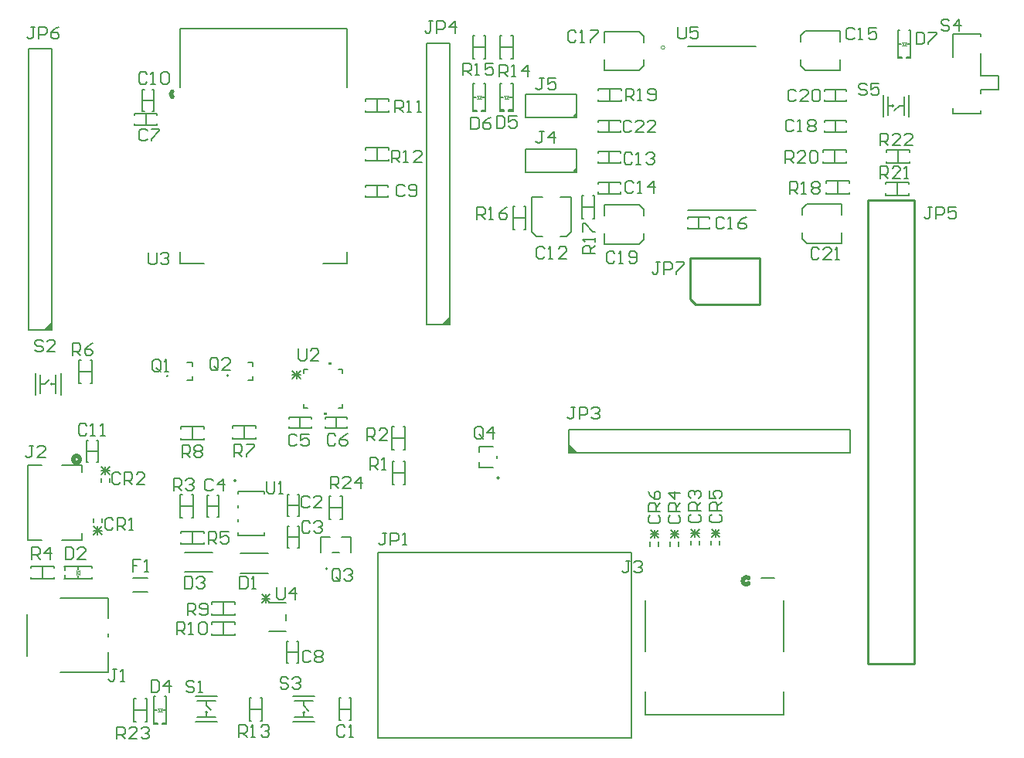
<source format=gto>
G04*
G04 #@! TF.GenerationSoftware,Altium Limited,Altium Designer,23.3.1 (30)*
G04*
G04 Layer_Color=8454143*
%FSLAX44Y44*%
%MOMM*%
G71*
G04*
G04 #@! TF.SameCoordinates,21713941-C728-493B-82DC-0AA0DF36458C*
G04*
G04*
G04 #@! TF.FilePolarity,Positive*
G04*
G01*
G75*
%ADD10C,0.1524*%
%ADD11C,0.0000*%
%ADD12C,0.5080*%
%ADD13C,0.2000*%
%ADD14C,0.2540*%
%ADD15C,0.1500*%
%ADD16C,0.1270*%
%ADD17C,0.1000*%
%ADD18C,0.2032*%
G36*
X32879Y454081D02*
Y463081D01*
X23879Y454081D01*
X32879D01*
D02*
G37*
G36*
X334466Y363457D02*
X330656D01*
Y360917D01*
X334466D01*
Y363457D01*
D02*
G37*
G36*
X339467Y416543D02*
X335657D01*
Y419083D01*
X339467D01*
Y416543D01*
D02*
G37*
G36*
X599300Y320200D02*
X608300D01*
X599300Y329200D01*
Y320200D01*
D02*
G37*
G36*
X468643Y460041D02*
Y469041D01*
X459643Y460041D01*
X468643D01*
D02*
G37*
G36*
X608150Y627360D02*
X604750D01*
Y629060D01*
X606750Y631060D01*
X608150D01*
Y627360D01*
D02*
G37*
G36*
Y687360D02*
X604750D01*
Y689060D01*
X606750Y691060D01*
X608150D01*
Y687360D01*
D02*
G37*
D10*
X226307Y404153D02*
G03*
X226307Y404153I-762J0D01*
G01*
X334767Y192939D02*
G03*
X334767Y192939I-762J0D01*
G01*
X160072Y403869D02*
G03*
X160072Y403869I-762J0D01*
G01*
X522859Y292227D02*
G03*
X522859Y292227I-1270J0D01*
G01*
X234773Y289230D02*
G03*
X234773Y289230I-1270J0D01*
G01*
X351270Y407101D02*
Y411209D01*
X347161Y368791D02*
X351270D01*
X308852D02*
Y372900D01*
Y407101D02*
Y411209D01*
X347161D02*
X351270D01*
Y368791D02*
Y372900D01*
X308852Y368791D02*
X312960D01*
X308852Y411209D02*
X312960D01*
X252977Y399628D02*
Y403793D01*
X247561Y418678D02*
X252977D01*
Y414512D02*
Y418678D01*
X247561Y399628D02*
X252977D01*
X327241Y227483D02*
X337884D01*
X340126Y210719D02*
X347884D01*
X360769D02*
Y227483D01*
X350126D02*
X360769D01*
X327241Y210719D02*
Y227483D01*
X186742Y399344D02*
Y403510D01*
X181326Y418394D02*
X186742D01*
Y414228D02*
Y418394D01*
X181326Y399344D02*
X186742D01*
X500761Y303657D02*
X516699D01*
X500761Y320319D02*
Y326263D01*
X516699D01*
X520319Y313819D02*
Y316101D01*
X500761Y303657D02*
Y309601D01*
X265380Y274537D02*
Y277800D01*
X236932Y274537D02*
Y277800D01*
Y229286D02*
X265380D01*
Y232548D01*
X236932Y277800D02*
X265380D01*
X236932Y259918D02*
Y262548D01*
Y244537D02*
Y247167D01*
Y229286D02*
Y232548D01*
X270673Y155408D02*
X289215D01*
Y136282D02*
Y143039D01*
X270673Y123912D02*
X289215D01*
X329922Y526885D02*
X356313D01*
Y720472D02*
Y784441D01*
X173687Y526885D02*
Y539827D01*
Y720472D02*
Y784441D01*
X356313D01*
Y526885D02*
Y539827D01*
X173687Y526885D02*
X200077D01*
X683281Y32378D02*
Y57709D01*
X834919Y102011D02*
Y157646D01*
X683281Y32378D02*
X834919D01*
Y57709D01*
X809984Y183000D02*
X824764D01*
X683281Y102011D02*
Y157646D01*
X43796Y223725D02*
X65770D01*
X6334Y306275D02*
X22204D01*
X65770Y298547D02*
Y306275D01*
X43796D02*
X65770D01*
Y223725D02*
Y231453D01*
X6334Y223725D02*
X22204D01*
X6334D02*
Y306275D01*
X94323Y118280D02*
Y121720D01*
Y138280D02*
Y160767D01*
X42398D02*
X94323D01*
Y79233D02*
Y101720D01*
X42398Y79233D02*
X94323D01*
X5677Y97320D02*
Y142680D01*
X178788Y210795D02*
X209268D01*
X178788Y189205D02*
X209268D01*
X239623Y188024D02*
X270103D01*
X239623Y209614D02*
X270103D01*
X688350Y217649D02*
Y222346D01*
X697494Y217649D02*
Y222346D01*
X755428Y218621D02*
Y223317D01*
X764572Y218621D02*
Y223317D01*
X710428Y217652D02*
Y222348D01*
X719572Y217652D02*
Y222348D01*
X732928Y218621D02*
Y223317D01*
X742072Y218621D02*
Y223317D01*
X86868Y287212D02*
Y291908D01*
X96012Y287212D02*
Y291908D01*
X88040Y243117D02*
Y247814D01*
X78896Y243117D02*
Y247814D01*
D11*
X704500Y763900D02*
G03*
X704500Y763900I-2000J0D01*
G01*
D12*
X164861Y715596D02*
G03*
X164861Y709804I2475J-2896D01*
G01*
X796285Y182398D02*
G03*
X796285Y176622I-2485J-2888D01*
G01*
X63810Y312625D02*
G03*
X63810Y312625I-3810J0D01*
G01*
D13*
X955052Y699979D02*
G03*
X955052Y699979I-1000J0D01*
G01*
X310063Y35156D02*
G03*
X310063Y35156I-1000J0D01*
G01*
X33531Y395000D02*
G03*
X33531Y395000I-1000J0D01*
G01*
X203368Y35404D02*
G03*
X203368Y35404I-1000J0D01*
G01*
X608150Y691060D02*
G03*
X604750Y687660I0J-3400D01*
G01*
X608150Y631060D02*
G03*
X604750Y627660I0J-3400D01*
G01*
X668110Y7300D02*
Y210500D01*
X389980Y7300D02*
X668110D01*
X389980Y210500D02*
X668110D01*
X389980Y7300D02*
Y210500D01*
X956052Y695229D02*
X961552Y699979D01*
X966552Y689979D02*
Y709979D01*
X961552Y699979D02*
X966552D01*
X949052D02*
X954052D01*
X949052Y689979D02*
Y709979D01*
X971802Y687979D02*
Y711979D01*
X943802Y687979D02*
Y711979D01*
X1020411Y778725D02*
X1050411D01*
X1020411Y691725D02*
X1050411D01*
Y717725D02*
X1070411D01*
Y732725D01*
X1050411D02*
X1070411D01*
X1020411Y691725D02*
Y697225D01*
Y753225D02*
Y778725D01*
X1050411Y691725D02*
Y694725D01*
Y713225D02*
Y717725D01*
Y732725D02*
Y757225D01*
Y775725D02*
Y778725D01*
X309063Y42656D02*
X313813Y37156D01*
X299063Y47656D02*
X319063D01*
X309063Y42656D02*
Y47656D01*
Y30156D02*
Y35156D01*
X299063Y30156D02*
X319063D01*
X297063Y52906D02*
X321063D01*
X297063Y24906D02*
X321063D01*
X25031Y395000D02*
X30531Y399750D01*
X20031Y385000D02*
Y405000D01*
Y395000D02*
X25031D01*
X32531D02*
X37531D01*
Y385000D02*
Y405000D01*
X14782Y383000D02*
Y407000D01*
X42781Y383000D02*
Y407000D01*
X202369Y42904D02*
X207118Y37404D01*
X192369Y47904D02*
X212369D01*
X202369Y42904D02*
Y47904D01*
Y30404D02*
Y35404D01*
X192369Y30404D02*
X212369D01*
X190368Y53154D02*
X214368D01*
X190368Y25154D02*
X214368D01*
X7879Y454381D02*
X33279D01*
X7879D02*
Y762381D01*
X33279D01*
Y454381D02*
Y762381D01*
X443643Y460341D02*
X469043D01*
X443643D02*
Y768341D01*
X469043D01*
Y460341D02*
Y768341D01*
X599600Y319800D02*
Y345200D01*
X907600D01*
Y319800D02*
Y345200D01*
X599600Y319800D02*
X907600D01*
X552150Y687360D02*
X608150D01*
X552150D02*
Y712760D01*
X608150D01*
Y687360D02*
Y712760D01*
X604750Y687360D02*
Y687660D01*
X552150Y627360D02*
X608150D01*
X552150D02*
Y652760D01*
X608150D01*
Y627360D02*
Y652760D01*
X604750Y627360D02*
Y627660D01*
X122000Y167750D02*
X138000D01*
X122000Y182250D02*
X138000D01*
X855141Y554112D02*
Y561112D01*
Y580112D02*
Y587112D01*
X898141Y549112D02*
Y561112D01*
Y580112D02*
Y592112D01*
X855141Y554112D02*
X860141Y549112D01*
X855141Y587112D02*
X860141Y592112D01*
Y549112D02*
X898141D01*
X860141Y592112D02*
X898141D01*
X638500Y548500D02*
X676500D01*
X638500Y591500D02*
X676500D01*
Y548500D02*
X681500Y553500D01*
X676500Y591500D02*
X681500Y586500D01*
X638500Y548500D02*
Y560500D01*
Y579500D02*
Y591500D01*
X681500Y553500D02*
Y560500D01*
Y579500D02*
Y586500D01*
X638500Y738500D02*
X676500D01*
X638500Y781500D02*
X676500D01*
Y738500D02*
X681500Y743500D01*
X676500Y781500D02*
X681500Y776500D01*
X638500Y738500D02*
Y750500D01*
Y769500D02*
Y781500D01*
X681500Y743500D02*
Y750500D01*
Y769500D02*
Y776500D01*
X853530Y743996D02*
Y750996D01*
Y769996D02*
Y776996D01*
X896530Y738996D02*
Y750996D01*
Y769996D02*
Y781996D01*
X853530Y743996D02*
X858530Y738996D01*
X853530Y776996D02*
X858530Y781996D01*
Y738996D02*
X896530D01*
X858530Y781996D02*
X896530D01*
X589912Y556680D02*
X596912D01*
X563913D02*
X570913D01*
X589912Y599680D02*
X601912D01*
X558913D02*
X570913D01*
X596912Y556680D02*
X601912Y561680D01*
X558913D02*
X563913Y556680D01*
X601912Y561680D02*
Y599680D01*
X558913Y561680D02*
Y599680D01*
D14*
X731900Y488250D02*
X738250Y481900D01*
X731900Y488250D02*
Y532700D01*
X738250Y481900D02*
X808100D01*
X978100Y88454D02*
Y596454D01*
X927300Y88454D02*
X978100D01*
X927300D02*
Y596454D01*
X978100D01*
X808100Y481900D02*
Y532700D01*
X731900D02*
X808100D01*
D15*
X358583Y27058D02*
X360333D01*
Y51058D01*
X358583D02*
X360333D01*
X347833D02*
X349583D01*
X347833Y27058D02*
Y51058D01*
Y27058D02*
X349583D01*
X347833Y39058D02*
X360333D01*
X71281Y333514D02*
X73031D01*
X71281Y309514D02*
Y333514D01*
Y309514D02*
X73031D01*
X82031D02*
X83781D01*
Y333514D01*
X82031D02*
X83781D01*
X71281Y321514D02*
X83781D01*
X186842Y219626D02*
Y233626D01*
X199543Y219626D02*
Y221546D01*
X174142Y219626D02*
X199543D01*
X174142D02*
Y221546D01*
Y231706D02*
Y233626D01*
X199543D01*
Y231706D02*
Y233626D01*
X214212Y249221D02*
X215962D01*
Y273221D01*
X214212D02*
X215962D01*
X203462D02*
X205212D01*
X203462Y249221D02*
Y273221D01*
Y249221D02*
X205212D01*
X203462Y261221D02*
X215962D01*
X349080Y246800D02*
X351000D01*
Y272200D01*
X349080D02*
X351000D01*
X337000D02*
X338920D01*
X337000Y246800D02*
Y272200D01*
Y246800D02*
X338920D01*
X337000Y259500D02*
X351000D01*
X135080Y24800D02*
X137000D01*
Y50200D01*
X135080D02*
X137000D01*
X123000D02*
X124920D01*
X123000Y24800D02*
Y50200D01*
Y24800D02*
X124920D01*
X123000Y37500D02*
X137000D01*
X973002Y649357D02*
Y651277D01*
X947602D02*
X973002D01*
X947602Y649357D02*
Y651277D01*
Y637277D02*
Y639197D01*
Y637277D02*
X973002D01*
Y639197D01*
X960302Y637277D02*
Y651277D01*
X971645Y614116D02*
Y616036D01*
X946245D02*
X971645D01*
X946245Y614116D02*
Y616036D01*
Y602036D02*
Y603956D01*
Y602036D02*
X971645D01*
Y603956D01*
X958944Y602036D02*
Y616036D01*
X903296Y649357D02*
Y651277D01*
X877896D02*
X903296D01*
X877896Y649357D02*
Y651277D01*
Y637277D02*
Y639197D01*
Y637277D02*
X903296D01*
Y639197D01*
X890596Y637277D02*
Y651277D01*
X657134Y716705D02*
Y718625D01*
X631734D02*
X657134D01*
X631734Y716705D02*
Y718625D01*
Y704625D02*
Y706545D01*
Y704625D02*
X657134D01*
Y706545D01*
X644434Y704625D02*
Y718625D01*
X906376Y615533D02*
Y617453D01*
X880976D02*
X906376D01*
X880976Y615533D02*
Y617453D01*
Y603453D02*
Y605373D01*
Y603453D02*
X906376D01*
Y605373D01*
X893676Y603453D02*
Y617453D01*
X613424Y601967D02*
X615344D01*
X613424Y576567D02*
Y601967D01*
Y576567D02*
X615344D01*
X625504D02*
X627424D01*
Y601967D01*
X625504D02*
X627424D01*
X613424Y589267D02*
X627424D01*
X538000Y589700D02*
X539920D01*
X538000Y564300D02*
Y589700D01*
Y564300D02*
X539920D01*
X550080D02*
X552000D01*
Y589700D01*
X550080D02*
X552000D01*
X538000Y577000D02*
X552000D01*
X506080Y751800D02*
X508000D01*
Y777200D01*
X506080D02*
X508000D01*
X494000D02*
X495920D01*
X494000Y751800D02*
Y777200D01*
Y751800D02*
X495920D01*
X494000Y764500D02*
X508000D01*
X536080Y751800D02*
X538000D01*
Y777200D01*
X536080D02*
X538000D01*
X524000D02*
X525920D01*
X524000Y751800D02*
Y777200D01*
Y751800D02*
X525920D01*
X524000Y764500D02*
X538000D01*
X261421Y26358D02*
X263341D01*
Y51758D01*
X261421D02*
X263341D01*
X249341D02*
X251261D01*
X249341Y26358D02*
Y51758D01*
Y26358D02*
X251261D01*
X249341Y39058D02*
X263341D01*
X376324Y639967D02*
Y641887D01*
Y639967D02*
X401724D01*
Y641887D01*
Y652047D02*
Y653967D01*
X376324D02*
X401724D01*
X376324Y652047D02*
Y653967D01*
X389024Y639967D02*
Y653967D01*
X376324Y693132D02*
Y695052D01*
Y693132D02*
X401724D01*
Y695052D01*
Y705212D02*
Y707132D01*
X376324D02*
X401724D01*
X376324Y705212D02*
Y707132D01*
X389024Y693132D02*
Y707132D01*
X208280Y120000D02*
Y121920D01*
Y120000D02*
X233680D01*
Y121920D01*
Y132080D02*
Y134000D01*
X208280D02*
X233680D01*
X208280Y132080D02*
Y134000D01*
X220980Y120000D02*
Y134000D01*
X233698Y154044D02*
Y155964D01*
X208298D02*
X233698D01*
X208298Y154044D02*
Y155964D01*
Y141964D02*
Y143884D01*
Y141964D02*
X233698D01*
Y143884D01*
X220998Y141964D02*
Y155964D01*
X199543Y346404D02*
Y348325D01*
X174142D02*
X199543D01*
X174142Y346404D02*
Y348325D01*
Y334324D02*
Y336245D01*
Y334324D02*
X199543D01*
Y336245D01*
X186842Y334324D02*
Y348325D01*
X231021Y335075D02*
Y336995D01*
Y335075D02*
X256421D01*
Y336995D01*
Y347155D02*
Y349075D01*
X231021D02*
X256421D01*
X231021Y347155D02*
Y349075D01*
X243721Y335075D02*
Y349075D01*
X74917Y396296D02*
X76837D01*
Y421696D01*
X74917D02*
X76837D01*
X62837D02*
X64757D01*
X62837Y396296D02*
Y421696D01*
Y396296D02*
X64757D01*
X62837Y408996D02*
X76837D01*
X35586Y193467D02*
Y195387D01*
X10186D02*
X35586D01*
X10186Y193467D02*
Y195387D01*
Y181387D02*
Y183307D01*
Y181387D02*
X35586D01*
Y183307D01*
X22886Y181387D02*
Y195387D01*
X185923Y248716D02*
X187843D01*
Y274116D01*
X185923D02*
X187843D01*
X173843D02*
X175763D01*
X173843Y248716D02*
Y274116D01*
Y248716D02*
X175763D01*
X173843Y261416D02*
X187843D01*
X405747Y348830D02*
X407667D01*
X405747Y323430D02*
Y348830D01*
Y323430D02*
X407667D01*
X417827D02*
X419747D01*
Y348830D01*
X417827D02*
X419747D01*
X405747Y336130D02*
X419747D01*
X406014Y310128D02*
X407934D01*
X406014Y284728D02*
Y310128D01*
Y284728D02*
X407934D01*
X418094D02*
X420014D01*
Y310128D01*
X418094D02*
X420014D01*
X406014Y297428D02*
X420014D01*
X970423Y767595D02*
X973923D01*
X959923D02*
X963423D01*
X959923Y782835D02*
X961843D01*
X959923Y752595D02*
Y782835D01*
Y753625D02*
X964383D01*
X969463D02*
X973923D01*
Y752595D02*
Y782835D01*
X972003D02*
X973923D01*
X959923Y752355D02*
Y753625D01*
Y752355D02*
X964383D01*
Y753625D01*
X973923Y752355D02*
Y753625D01*
X969463Y752355D02*
X973923D01*
X969463D02*
Y753625D01*
X504500Y709015D02*
X508000D01*
X494000D02*
X497500D01*
X494000Y724255D02*
X495920D01*
X494000Y694015D02*
Y724255D01*
Y695045D02*
X498460D01*
X503540D02*
X508000D01*
Y694015D02*
Y724255D01*
X506080D02*
X508000D01*
X494000Y693775D02*
Y695045D01*
Y693775D02*
X498460D01*
Y695045D01*
X508000Y693775D02*
Y695045D01*
X503540Y693775D02*
X508000D01*
X503540D02*
Y695045D01*
X534500Y709210D02*
X538000D01*
X524000D02*
X527500D01*
X533540Y693970D02*
Y695240D01*
Y693970D02*
X538000D01*
Y695240D01*
X528460Y693970D02*
Y695240D01*
X524000Y693970D02*
X528460D01*
X524000D02*
Y695240D01*
X536080Y724450D02*
X538000D01*
Y694210D02*
Y724450D01*
X533540Y695240D02*
X538000D01*
X524000D02*
X528460D01*
X524000Y694210D02*
Y724450D01*
X525920D01*
X144405Y52687D02*
X146325D01*
X144405Y23447D02*
Y52687D01*
Y23477D02*
X148865D01*
X153945D02*
X158405D01*
Y22448D02*
Y52687D01*
X156485D02*
X158405D01*
X154905Y37447D02*
X158405D01*
X144405Y22207D02*
Y23477D01*
Y22207D02*
X148865D01*
Y23477D01*
X158405Y22207D02*
Y23477D01*
X153945Y22207D02*
X158405D01*
X153945D02*
Y23477D01*
X144405Y37447D02*
X147905D01*
X61597Y181387D02*
Y184887D01*
Y191887D02*
Y195387D01*
X76837Y193467D02*
Y195387D01*
X46597D02*
X76837D01*
X47627Y190927D02*
Y195387D01*
Y181387D02*
Y185847D01*
X46597Y181387D02*
X76837D01*
Y183307D01*
X643734Y671000D02*
Y683500D01*
X655734Y671000D02*
Y672750D01*
X631734Y671000D02*
X655734D01*
X631734D02*
Y672750D01*
Y681750D02*
Y683500D01*
X655734D01*
Y681750D02*
Y683500D01*
X891296Y704923D02*
Y717423D01*
X879296Y715673D02*
Y717423D01*
X903296D01*
Y715673D02*
Y717423D01*
Y704923D02*
Y706673D01*
X879296Y704923D02*
X903296D01*
X879296D02*
Y706673D01*
X891296Y671099D02*
Y683599D01*
X903296Y671099D02*
Y672849D01*
X879296Y671099D02*
X903296D01*
X879296D02*
Y672849D01*
Y681849D02*
Y683599D01*
X903296D01*
Y681849D02*
Y683599D01*
X741680Y565250D02*
Y577750D01*
X753680Y565250D02*
Y567000D01*
X729680Y565250D02*
X753680D01*
X729680D02*
Y567000D01*
Y576000D02*
Y577750D01*
X753680D01*
Y576000D02*
Y577750D01*
X643734Y603750D02*
Y616250D01*
X655734Y603750D02*
Y605500D01*
X631734Y603750D02*
X655734D01*
X631734D02*
Y605500D01*
Y614500D02*
Y616250D01*
X655734D01*
Y614500D02*
Y616250D01*
X643734Y637375D02*
Y649875D01*
X631734Y648125D02*
Y649875D01*
X655734D01*
Y648125D02*
Y649875D01*
Y637375D02*
Y639125D01*
X631734Y637375D02*
X655734D01*
X631734D02*
Y639125D01*
X132378Y705866D02*
X144878D01*
X143128Y717866D02*
X144878D01*
Y693866D02*
Y717866D01*
X143128Y693866D02*
X144878D01*
X132378D02*
X134128D01*
X132378D02*
Y717866D01*
X134128D01*
X389024Y600155D02*
Y612655D01*
X377024Y610905D02*
Y612655D01*
X401024D01*
Y610905D02*
Y612655D01*
Y600155D02*
Y601905D01*
X377024Y600155D02*
X401024D01*
X377024D02*
Y601905D01*
X290385Y101477D02*
X302885D01*
X290385Y89477D02*
X292134D01*
X290385D02*
Y113477D01*
X292134D01*
X301134D02*
X302885D01*
Y89477D02*
Y113477D01*
X301134Y89477D02*
X302885D01*
X135876Y678766D02*
Y691266D01*
X123876Y689516D02*
Y691266D01*
X147876D01*
Y689516D02*
Y691266D01*
Y678766D02*
Y680516D01*
X123876Y678766D02*
X147876D01*
X123876D02*
Y680516D01*
X344598Y346529D02*
Y359029D01*
X356598Y346529D02*
Y348279D01*
X332598Y346529D02*
X356598D01*
X332598D02*
Y348279D01*
Y357279D02*
Y359029D01*
X356598D01*
Y357279D02*
Y359029D01*
X305008Y346514D02*
Y359014D01*
X293008Y357264D02*
Y359014D01*
X317008D01*
Y357264D02*
Y359014D01*
Y346514D02*
Y348264D01*
X293008Y346514D02*
X317008D01*
X293008D02*
Y348264D01*
X291135Y227724D02*
X303635D01*
X301885Y239723D02*
X303635D01*
Y215723D02*
Y239723D01*
X301885Y215723D02*
X303635D01*
X291135D02*
X292885D01*
X291135D02*
Y239723D01*
X292885D01*
X291135Y262416D02*
X303635D01*
X291135Y250417D02*
X292885D01*
X291135D02*
Y274417D01*
X292885D01*
X301885D02*
X303635D01*
Y250417D02*
Y274417D01*
X301885Y250417D02*
X303635D01*
D16*
X729375Y765225D02*
X804425D01*
X729375Y585875D02*
X804425D01*
D17*
X964423Y769345D02*
X966923Y765845D01*
X964423Y769345D02*
X966923D01*
X964673Y765845D02*
X966923D01*
X969173D01*
X966923Y769345D02*
X969423D01*
X966923Y765845D02*
X969423Y769345D01*
X498500Y710765D02*
X501000Y707265D01*
X498500Y710765D02*
X501000D01*
X498750Y707265D02*
X501000D01*
X503250D01*
X501000Y710765D02*
X503500D01*
X501000Y707265D02*
X503500Y710765D01*
X528500Y710960D02*
X531000Y707460D01*
X528500Y710960D02*
X531000D01*
X528750Y707460D02*
X531000D01*
X533250D01*
X531000Y710960D02*
X533500D01*
X531000Y707460D02*
X533500Y710960D01*
X148905Y39197D02*
X151405Y35697D01*
X148905Y39197D02*
X151405D01*
X149155Y35697D02*
X151405D01*
X153655D01*
X151405Y39197D02*
X153905D01*
X151405Y35697D02*
X153905Y39197D01*
X59847Y188387D02*
X63347Y190887D01*
Y188387D02*
Y190887D01*
X59847Y188387D02*
Y190637D01*
Y186137D02*
Y188387D01*
X63347Y185887D02*
Y188387D01*
X59847D02*
X63347Y185887D01*
D18*
X354190Y19448D02*
X351990Y21649D01*
X347589D01*
X345388Y19448D01*
Y10646D01*
X347589Y8445D01*
X351990D01*
X354190Y10646D01*
X358592Y8445D02*
X362993D01*
X360792D01*
Y21649D01*
X358592Y19448D01*
X104315Y6098D02*
Y19302D01*
X110917D01*
X113118Y17101D01*
Y12700D01*
X110917Y10499D01*
X104315D01*
X108716D02*
X113118Y6098D01*
X126321D02*
X117519D01*
X126321Y14901D01*
Y17101D01*
X124121Y19302D01*
X119719D01*
X117519Y17101D01*
X130723D02*
X132923Y19302D01*
X137324D01*
X139525Y17101D01*
Y14901D01*
X137324Y12700D01*
X135124D01*
X137324D01*
X139525Y10499D01*
Y8299D01*
X137324Y6098D01*
X132923D01*
X130723Y8299D01*
X303196Y433738D02*
Y422734D01*
X305397Y420534D01*
X309798D01*
X311999Y422734D01*
Y433738D01*
X325203Y420534D02*
X316400D01*
X325203Y429336D01*
Y431537D01*
X323002Y433738D01*
X318601D01*
X316400Y431537D01*
X296533Y409657D02*
X305335Y400854D01*
X296533D02*
X305335Y409657D01*
X296533Y405256D02*
X305335D01*
X300934Y400854D02*
Y409657D01*
X71197Y349349D02*
X68997Y351549D01*
X64595D01*
X62395Y349349D01*
Y340546D01*
X64595Y338345D01*
X68997D01*
X71197Y340546D01*
X75599Y338345D02*
X80000D01*
X77799D01*
Y351549D01*
X75599Y349349D01*
X86602Y338345D02*
X91003D01*
X88802D01*
Y351549D01*
X86602Y349349D01*
X215159Y412534D02*
Y421336D01*
X212958Y423537D01*
X208557D01*
X206357Y421336D01*
Y412534D01*
X208557Y410333D01*
X212958D01*
X210758Y414734D02*
X215159Y410333D01*
X212958D02*
X215159Y412534D01*
X228363Y410333D02*
X219560D01*
X228363Y419136D01*
Y421336D01*
X226162Y423537D01*
X221761D01*
X219560Y421336D01*
X263277Y164482D02*
X272079Y155679D01*
X263277D02*
X272079Y164482D01*
X263277Y160080D02*
X272079D01*
X267678Y155679D02*
Y164482D01*
X697575Y235238D02*
X688772Y226435D01*
Y235238D02*
X697575Y226435D01*
X693174Y235238D02*
Y226435D01*
X688772Y230836D02*
X697575D01*
X764653Y236209D02*
X755851Y227407D01*
Y236209D02*
X764653Y227407D01*
X760252Y236209D02*
Y227407D01*
X755851Y231808D02*
X764653D01*
X719653Y235240D02*
X710851Y226437D01*
Y235240D02*
X719653Y226437D01*
X715252Y235240D02*
Y226437D01*
X710851Y230839D02*
X719653D01*
X742153Y236209D02*
X733351Y227407D01*
Y236209D02*
X742153Y227407D01*
X737752Y236209D02*
Y227407D01*
X733351Y231808D02*
X742153D01*
X96093Y304800D02*
X87291Y295998D01*
Y304800D02*
X96093Y295998D01*
X91692Y304800D02*
Y295998D01*
X87291Y300399D02*
X96093D01*
X78815Y230226D02*
X87617Y239028D01*
Y230226D02*
X78815Y239028D01*
X83216Y230226D02*
Y239028D01*
X87617Y234627D02*
X78815D01*
X399709Y231898D02*
X395307D01*
X397508D01*
Y220895D01*
X395307Y218694D01*
X393107D01*
X390906Y220895D01*
X404110Y218694D02*
Y231898D01*
X410712D01*
X412912Y229697D01*
Y225296D01*
X410712Y223095D01*
X404110D01*
X417313Y218694D02*
X421715D01*
X419514D01*
Y231898D01*
X417313Y229697D01*
X505118Y337481D02*
Y346283D01*
X502918Y348484D01*
X498517D01*
X496316Y346283D01*
Y337481D01*
X498517Y335280D01*
X502918D01*
X500717Y339681D02*
X505118Y335280D01*
X502918D02*
X505118Y337481D01*
X516122Y335280D02*
Y348484D01*
X509520Y341882D01*
X518322D01*
X130308Y202717D02*
X121505D01*
Y196115D01*
X125906D01*
X121505D01*
Y189513D01*
X134709D02*
X139110D01*
X136910D01*
Y202717D01*
X134709Y200516D01*
X688521Y251195D02*
X686320Y248995D01*
Y244593D01*
X688521Y242393D01*
X697323D01*
X699524Y244593D01*
Y248995D01*
X697323Y251195D01*
X699524Y255596D02*
X686320D01*
Y262198D01*
X688521Y264399D01*
X692922D01*
X695122Y262198D01*
Y255596D01*
Y259998D02*
X699524Y264399D01*
X686320Y277603D02*
X688521Y273201D01*
X692922Y268800D01*
X697323D01*
X699524Y271001D01*
Y275402D01*
X697323Y277603D01*
X695122D01*
X692922Y275402D01*
Y268800D01*
X755599Y252167D02*
X753398Y249966D01*
Y245565D01*
X755599Y243364D01*
X764401D01*
X766602Y245565D01*
Y249966D01*
X764401Y252167D01*
X766602Y256568D02*
X753398D01*
Y263170D01*
X755599Y265370D01*
X760000D01*
X762201Y263170D01*
Y256568D01*
Y260969D02*
X766602Y265370D01*
X753398Y278574D02*
Y269771D01*
X760000D01*
X757799Y274173D01*
Y276373D01*
X760000Y278574D01*
X764401D01*
X766602Y276373D01*
Y271972D01*
X764401Y269771D01*
X710599Y251197D02*
X708398Y248997D01*
Y244596D01*
X710599Y242395D01*
X719401D01*
X721602Y244596D01*
Y248997D01*
X719401Y251197D01*
X721602Y255599D02*
X708398D01*
Y262201D01*
X710599Y264401D01*
X715000D01*
X717201Y262201D01*
Y255599D01*
Y260000D02*
X721602Y264401D01*
Y275404D02*
X708398D01*
X715000Y268803D01*
Y277605D01*
X733099Y252167D02*
X730898Y249966D01*
Y245565D01*
X733099Y243364D01*
X741901D01*
X744102Y245565D01*
Y249966D01*
X741901Y252167D01*
X744102Y256568D02*
X730898D01*
Y263170D01*
X733099Y265370D01*
X737500D01*
X739701Y263170D01*
Y256568D01*
Y260969D02*
X744102Y265370D01*
X733099Y269771D02*
X730898Y271972D01*
Y276373D01*
X733099Y278574D01*
X735299D01*
X737500Y276373D01*
Y274173D01*
Y276373D01*
X739701Y278574D01*
X741901D01*
X744102Y276373D01*
Y271972D01*
X741901Y269771D01*
X108115Y296054D02*
X105915Y298255D01*
X101514D01*
X99313Y296054D01*
Y287252D01*
X101514Y285051D01*
X105915D01*
X108115Y287252D01*
X112517Y285051D02*
Y298255D01*
X119118D01*
X121319Y296054D01*
Y291653D01*
X119118Y289452D01*
X112517D01*
X116918D02*
X121319Y285051D01*
X134523D02*
X125720D01*
X134523Y293853D01*
Y296054D01*
X132322Y298255D01*
X127921D01*
X125720Y296054D01*
X100220Y246236D02*
X98019Y248436D01*
X93618D01*
X91417Y246236D01*
Y237433D01*
X93618Y235232D01*
X98019D01*
X100220Y237433D01*
X104621Y235232D02*
Y248436D01*
X111223D01*
X113424Y246236D01*
Y241834D01*
X111223Y239634D01*
X104621D01*
X109022D02*
X113424Y235232D01*
X117825D02*
X122226D01*
X120026D01*
Y248436D01*
X117825Y246236D01*
X338328Y280416D02*
Y293620D01*
X344930D01*
X347131Y291419D01*
Y287018D01*
X344930Y284817D01*
X338328D01*
X342729D02*
X347131Y280416D01*
X360334D02*
X351532D01*
X360334Y289219D01*
Y291419D01*
X358134Y293620D01*
X353732D01*
X351532Y291419D01*
X371337Y280416D02*
Y293620D01*
X364735Y287018D01*
X373538D01*
X348968Y181476D02*
Y190278D01*
X346767Y192479D01*
X342366D01*
X340165Y190278D01*
Y181476D01*
X342366Y179275D01*
X346767D01*
X344566Y183677D02*
X348968Y179275D01*
X346767D02*
X348968Y181476D01*
X353369Y190278D02*
X355570Y192479D01*
X359971D01*
X362172Y190278D01*
Y188078D01*
X359971Y185877D01*
X357770D01*
X359971D01*
X362172Y183677D01*
Y181476D01*
X359971Y179275D01*
X355570D01*
X353369Y181476D01*
X178403Y184335D02*
Y171132D01*
X185005D01*
X187206Y173332D01*
Y182135D01*
X185005Y184335D01*
X178403D01*
X191607Y182135D02*
X193808Y184335D01*
X198209D01*
X200409Y182135D01*
Y179934D01*
X198209Y177734D01*
X196008D01*
X198209D01*
X200409Y175533D01*
Y173332D01*
X198209Y171132D01*
X193808D01*
X191607Y173332D01*
X189072Y67917D02*
X186871Y70118D01*
X182470D01*
X180269Y67917D01*
Y65717D01*
X182470Y63516D01*
X186871D01*
X189072Y61315D01*
Y59115D01*
X186871Y56914D01*
X182470D01*
X180269Y59115D01*
X193473Y56914D02*
X197874D01*
X195674D01*
Y70118D01*
X193473Y67917D01*
X718997Y786602D02*
Y775599D01*
X721198Y773398D01*
X725599D01*
X727799Y775599D01*
Y786602D01*
X741003D02*
X732201D01*
Y780000D01*
X736602Y782201D01*
X738802D01*
X741003Y780000D01*
Y775599D01*
X738802Y773398D01*
X734401D01*
X732201Y775599D01*
X279423Y172147D02*
Y161144D01*
X281624Y158944D01*
X286025D01*
X288226Y161144D01*
Y172147D01*
X299229Y158944D02*
Y172147D01*
X292627Y165546D01*
X301430D01*
X138997Y539302D02*
Y528299D01*
X141197Y526098D01*
X145599D01*
X147799Y528299D01*
Y539302D01*
X152200Y537101D02*
X154401Y539302D01*
X158802D01*
X161003Y537101D01*
Y534901D01*
X158802Y532700D01*
X156602D01*
X158802D01*
X161003Y530499D01*
Y528299D01*
X158802Y526098D01*
X154401D01*
X152200Y528299D01*
X268331Y288458D02*
Y277455D01*
X270531Y275255D01*
X274932D01*
X277133Y277455D01*
Y288458D01*
X281534Y275255D02*
X285936D01*
X283735D01*
Y288458D01*
X281534Y286258D01*
X925799Y722401D02*
X923599Y724602D01*
X919197D01*
X916997Y722401D01*
Y720201D01*
X919197Y718000D01*
X923599D01*
X925799Y715799D01*
Y713599D01*
X923599Y711398D01*
X919197D01*
X916997Y713599D01*
X939003Y724602D02*
X930201D01*
Y718000D01*
X934602Y720201D01*
X936803D01*
X939003Y718000D01*
Y713599D01*
X936803Y711398D01*
X932401D01*
X930201Y713599D01*
X1016238Y792752D02*
X1014038Y794952D01*
X1009636D01*
X1007436Y792752D01*
Y790551D01*
X1009636Y788351D01*
X1014038D01*
X1016238Y786150D01*
Y783949D01*
X1014038Y781749D01*
X1009636D01*
X1007436Y783949D01*
X1027241Y781749D02*
Y794952D01*
X1020639Y788351D01*
X1029442D01*
X292026Y71658D02*
X289825Y73858D01*
X285424D01*
X283223Y71658D01*
Y69457D01*
X285424Y67256D01*
X289825D01*
X292026Y65056D01*
Y62855D01*
X289825Y60655D01*
X285424D01*
X283223Y62855D01*
X296427Y71658D02*
X298628Y73858D01*
X303029D01*
X305229Y71658D01*
Y69457D01*
X303029Y67256D01*
X300828D01*
X303029D01*
X305229Y65056D01*
Y62855D01*
X303029Y60655D01*
X298628D01*
X296427Y62855D01*
X23280Y441279D02*
X21080Y443480D01*
X16679D01*
X14478Y441279D01*
Y439078D01*
X16679Y436878D01*
X21080D01*
X23280Y434677D01*
Y432477D01*
X21080Y430276D01*
X16679D01*
X14478Y432477D01*
X36484Y430276D02*
X27682D01*
X36484Y439078D01*
Y441279D01*
X34284Y443480D01*
X29882D01*
X27682Y441279D01*
X940566Y656590D02*
Y669793D01*
X947168D01*
X949369Y667593D01*
Y663192D01*
X947168Y660991D01*
X940566D01*
X944967D02*
X949369Y656590D01*
X962572D02*
X953770D01*
X962572Y665392D01*
Y667593D01*
X960372Y669793D01*
X955970D01*
X953770Y667593D01*
X975776Y656590D02*
X966973D01*
X975776Y665392D01*
Y667593D01*
X973575Y669793D01*
X969174D01*
X966973Y667593D01*
X940596Y620398D02*
Y633602D01*
X947197D01*
X949398Y631401D01*
Y627000D01*
X947197Y624799D01*
X940596D01*
X944997D02*
X949398Y620398D01*
X962602D02*
X953799D01*
X962602Y629201D01*
Y631401D01*
X960401Y633602D01*
X956000D01*
X953799Y631401D01*
X967003Y620398D02*
X971404D01*
X969204D01*
Y633602D01*
X967003Y631401D01*
X836739Y637319D02*
Y650523D01*
X843341D01*
X845542Y648322D01*
Y643921D01*
X843341Y641721D01*
X836739D01*
X841141D02*
X845542Y637319D01*
X858745D02*
X849943D01*
X858745Y646122D01*
Y648322D01*
X856545Y650523D01*
X852144D01*
X849943Y648322D01*
X863147D02*
X865347Y650523D01*
X869749D01*
X871949Y648322D01*
Y639520D01*
X869749Y637319D01*
X865347D01*
X863147Y639520D01*
Y648322D01*
X661725Y705675D02*
Y718879D01*
X668327D01*
X670528Y716678D01*
Y712277D01*
X668327Y710076D01*
X661725D01*
X666126D02*
X670528Y705675D01*
X674929D02*
X679330D01*
X677130D01*
Y718879D01*
X674929Y716678D01*
X685932Y707876D02*
X688133Y705675D01*
X692534D01*
X694734Y707876D01*
Y716678D01*
X692534Y718879D01*
X688133D01*
X685932Y716678D01*
Y714478D01*
X688133Y712277D01*
X694734D01*
X841370Y603319D02*
Y616522D01*
X847971D01*
X850172Y614322D01*
Y609921D01*
X847971Y607720D01*
X841370D01*
X845771D02*
X850172Y603319D01*
X854573D02*
X858975D01*
X856774D01*
Y616522D01*
X854573Y614322D01*
X865576D02*
X867777Y616522D01*
X872178D01*
X874379Y614322D01*
Y612121D01*
X872178Y609921D01*
X874379Y607720D01*
Y605519D01*
X872178Y603319D01*
X867777D01*
X865576Y605519D01*
Y607720D01*
X867777Y609921D01*
X865576Y612121D01*
Y614322D01*
X867777Y609921D02*
X872178D01*
X627838Y537905D02*
X614634D01*
Y544506D01*
X616835Y546707D01*
X621236D01*
X623437Y544506D01*
Y537905D01*
Y542306D02*
X627838Y546707D01*
Y551108D02*
Y555510D01*
Y553309D01*
X614634D01*
X616835Y551108D01*
X614634Y562111D02*
Y570914D01*
X616835D01*
X625638Y562111D01*
X627838D01*
X498683Y575775D02*
Y588979D01*
X505285D01*
X507486Y586778D01*
Y582377D01*
X505285Y580176D01*
X498683D01*
X503085D02*
X507486Y575775D01*
X511887D02*
X516288D01*
X514088D01*
Y588979D01*
X511887Y586778D01*
X531693Y588979D02*
X527291Y586778D01*
X522890Y582377D01*
Y577976D01*
X525091Y575775D01*
X529492D01*
X531693Y577976D01*
Y580176D01*
X529492Y582377D01*
X522890D01*
X483495Y733398D02*
Y746602D01*
X490097D01*
X492298Y744401D01*
Y740000D01*
X490097Y737799D01*
X483495D01*
X487897D02*
X492298Y733398D01*
X496699D02*
X501100D01*
X498900D01*
Y746602D01*
X496699Y744401D01*
X516505Y746602D02*
X507702D01*
Y740000D01*
X512103Y742201D01*
X514304D01*
X516505Y740000D01*
Y735599D01*
X514304Y733398D01*
X509903D01*
X507702Y735599D01*
X523542Y731699D02*
Y744902D01*
X530144D01*
X532344Y742702D01*
Y738300D01*
X530144Y736100D01*
X523542D01*
X527943D02*
X532344Y731699D01*
X536746D02*
X541147D01*
X538946D01*
Y744902D01*
X536746Y742702D01*
X554351Y731699D02*
Y744902D01*
X547749Y738300D01*
X556551D01*
X237985Y8213D02*
Y21417D01*
X244587D01*
X246787Y19217D01*
Y14815D01*
X244587Y12615D01*
X237985D01*
X242386D02*
X246787Y8213D01*
X251189D02*
X255590D01*
X253389D01*
Y21417D01*
X251189Y19217D01*
X262192D02*
X264392Y21417D01*
X268794D01*
X270994Y19217D01*
Y17016D01*
X268794Y14815D01*
X266593D01*
X268794D01*
X270994Y12615D01*
Y10414D01*
X268794Y8213D01*
X264392D01*
X262192Y10414D01*
X405241Y637793D02*
Y650997D01*
X411842D01*
X414043Y648796D01*
Y644395D01*
X411842Y642194D01*
X405241D01*
X409642D02*
X414043Y637793D01*
X418444D02*
X422846D01*
X420645D01*
Y650997D01*
X418444Y648796D01*
X438250Y637793D02*
X429448D01*
X438250Y646596D01*
Y648796D01*
X436049Y650997D01*
X431648D01*
X429448Y648796D01*
X409010Y692863D02*
Y706066D01*
X415611D01*
X417812Y703866D01*
Y699464D01*
X415611Y697264D01*
X409010D01*
X413411D02*
X417812Y692863D01*
X422213D02*
X426614D01*
X424414D01*
Y706066D01*
X422213Y703866D01*
X433216Y692863D02*
X437618D01*
X435417D01*
Y706066D01*
X433216Y703866D01*
X169972Y120856D02*
Y134060D01*
X176574D01*
X178774Y131859D01*
Y127458D01*
X176574Y125257D01*
X169972D01*
X174373D02*
X178774Y120856D01*
X183176D02*
X187577D01*
X185376D01*
Y134060D01*
X183176Y131859D01*
X194179D02*
X196379Y134060D01*
X200781D01*
X202981Y131859D01*
Y123057D01*
X200781Y120856D01*
X196379D01*
X194179Y123057D01*
Y131859D01*
X181567Y141833D02*
Y155037D01*
X188169D01*
X190370Y152837D01*
Y148435D01*
X188169Y146235D01*
X181567D01*
X185969D02*
X190370Y141833D01*
X194771Y144034D02*
X196972Y141833D01*
X201373D01*
X203574Y144034D01*
Y152837D01*
X201373Y155037D01*
X196972D01*
X194771Y152837D01*
Y150636D01*
X196972Y148435D01*
X203574D01*
X175839Y314723D02*
Y327926D01*
X182441D01*
X184642Y325726D01*
Y321325D01*
X182441Y319124D01*
X175839D01*
X180241D02*
X184642Y314723D01*
X189043Y325726D02*
X191244Y327926D01*
X195645D01*
X197846Y325726D01*
Y323525D01*
X195645Y321325D01*
X197846Y319124D01*
Y316923D01*
X195645Y314723D01*
X191244D01*
X189043Y316923D01*
Y319124D01*
X191244Y321325D01*
X189043Y323525D01*
Y325726D01*
X191244Y321325D02*
X195645D01*
X232718Y315473D02*
Y328677D01*
X239319D01*
X241520Y326476D01*
Y322075D01*
X239319Y319874D01*
X232718D01*
X237119D02*
X241520Y315473D01*
X245921Y328677D02*
X254724D01*
Y326476D01*
X245921Y317674D01*
Y315473D01*
X55719Y426440D02*
Y439644D01*
X62320D01*
X64521Y437443D01*
Y433042D01*
X62320Y430841D01*
X55719D01*
X60120D02*
X64521Y426440D01*
X77725Y439644D02*
X73324Y437443D01*
X68922Y433042D01*
Y428640D01*
X71123Y426440D01*
X75524D01*
X77725Y428640D01*
Y430841D01*
X75524Y433042D01*
X68922D01*
X204617Y220024D02*
Y233228D01*
X211219D01*
X213419Y231027D01*
Y226626D01*
X211219Y224426D01*
X204617D01*
X209018D02*
X213419Y220024D01*
X226623Y233228D02*
X217821D01*
Y226626D01*
X222222Y228827D01*
X224422D01*
X226623Y226626D01*
Y222225D01*
X224422Y220024D01*
X220021D01*
X217821Y222225D01*
X11176Y203200D02*
Y216404D01*
X17778D01*
X19978Y214203D01*
Y209802D01*
X17778Y207601D01*
X11176D01*
X15577D02*
X19978Y203200D01*
X30982D02*
Y216404D01*
X24380Y209802D01*
X33182D01*
X166341Y278428D02*
Y291632D01*
X172943D01*
X175144Y289431D01*
Y285030D01*
X172943Y282830D01*
X166341D01*
X170742D02*
X175144Y278428D01*
X179545Y289431D02*
X181745Y291632D01*
X186147D01*
X188347Y289431D01*
Y287231D01*
X186147Y285030D01*
X183946D01*
X186147D01*
X188347Y282830D01*
Y280629D01*
X186147Y278428D01*
X181745D01*
X179545Y280629D01*
X378354Y333241D02*
Y346445D01*
X384956D01*
X387156Y344244D01*
Y339843D01*
X384956Y337642D01*
X378354D01*
X382755D02*
X387156Y333241D01*
X400360D02*
X391558D01*
X400360Y342044D01*
Y344244D01*
X398159Y346445D01*
X393758D01*
X391558Y344244D01*
X381486Y301336D02*
Y314540D01*
X388088D01*
X390289Y312339D01*
Y307938D01*
X388088Y305737D01*
X381486D01*
X385887D02*
X390289Y301336D01*
X394690D02*
X399091D01*
X396891D01*
Y314540D01*
X394690Y312339D01*
X152006Y410888D02*
Y419691D01*
X149805Y421891D01*
X145404D01*
X143204Y419691D01*
Y410888D01*
X145404Y408687D01*
X149805D01*
X147605Y413089D02*
X152006Y408687D01*
X149805D02*
X152006Y410888D01*
X156407Y408687D02*
X160809D01*
X158608D01*
Y421891D01*
X156407Y419691D01*
X699203Y528893D02*
X694802D01*
X697003D01*
Y517890D01*
X694802Y515689D01*
X692602D01*
X690401Y517890D01*
X703605Y515689D02*
Y528893D01*
X710207D01*
X712407Y526692D01*
Y522291D01*
X710207Y520090D01*
X703605D01*
X716808Y528893D02*
X725611D01*
Y526692D01*
X716808Y517890D01*
Y515689D01*
X14390Y786634D02*
X9989D01*
X12190D01*
Y775631D01*
X9989Y773430D01*
X7789D01*
X5588Y775631D01*
X18792Y773430D02*
Y786634D01*
X25394D01*
X27594Y784433D01*
Y780032D01*
X25394Y777831D01*
X18792D01*
X40798Y786634D02*
X36397Y784433D01*
X31995Y780032D01*
Y775631D01*
X34196Y773430D01*
X38597D01*
X40798Y775631D01*
Y777831D01*
X38597Y780032D01*
X31995D01*
X997239Y589266D02*
X992838D01*
X995039D01*
Y578263D01*
X992838Y576062D01*
X990637D01*
X988437Y578263D01*
X1001640Y576062D02*
Y589266D01*
X1008242D01*
X1010443Y587065D01*
Y582664D01*
X1008242Y580463D01*
X1001640D01*
X1023647Y589266D02*
X1014844D01*
Y582664D01*
X1019245Y584865D01*
X1021446D01*
X1023647Y582664D01*
Y578263D01*
X1021446Y576062D01*
X1017045D01*
X1014844Y578263D01*
X450255Y792730D02*
X445853D01*
X448054D01*
Y781727D01*
X445853Y779526D01*
X443653D01*
X441452Y781727D01*
X454656Y779526D02*
Y792730D01*
X461258D01*
X463458Y790529D01*
Y786128D01*
X461258Y783927D01*
X454656D01*
X474461Y779526D02*
Y792730D01*
X467859Y786128D01*
X476662D01*
X606465Y369820D02*
X602063D01*
X604264D01*
Y358817D01*
X602063Y356616D01*
X599863D01*
X597662Y358817D01*
X610866Y356616D02*
Y369820D01*
X617468D01*
X619668Y367619D01*
Y363218D01*
X617468Y361017D01*
X610866D01*
X624070Y367619D02*
X626270Y369820D01*
X630671D01*
X632872Y367619D01*
Y365419D01*
X630671Y363218D01*
X628471D01*
X630671D01*
X632872Y361017D01*
Y358817D01*
X630671Y356616D01*
X626270D01*
X624070Y358817D01*
X571839Y730502D02*
X567438D01*
X569639D01*
Y719499D01*
X567438Y717298D01*
X565238D01*
X563037Y719499D01*
X585043Y730502D02*
X576241D01*
Y723900D01*
X580642Y726101D01*
X582842D01*
X585043Y723900D01*
Y719499D01*
X582842Y717298D01*
X578441D01*
X576241Y719499D01*
X571839Y672082D02*
X567438D01*
X569639D01*
Y661079D01*
X567438Y658878D01*
X565238D01*
X563037Y661079D01*
X582842Y658878D02*
Y672082D01*
X576241Y665480D01*
X585043D01*
X666437Y201343D02*
X662036D01*
X664236D01*
Y190340D01*
X662036Y188140D01*
X659835D01*
X657635Y190340D01*
X670838Y199143D02*
X673039Y201343D01*
X677440D01*
X679641Y199143D01*
Y196942D01*
X677440Y194741D01*
X675239D01*
X677440D01*
X679641Y192541D01*
Y190340D01*
X677440Y188140D01*
X673039D01*
X670838Y190340D01*
X12731Y327631D02*
X8330D01*
X10530D01*
Y316628D01*
X8330Y314427D01*
X6129D01*
X3929Y316628D01*
X25935Y314427D02*
X17132D01*
X25935Y323229D01*
Y325430D01*
X23734Y327631D01*
X19333D01*
X17132Y325430D01*
X103899Y82533D02*
X99498D01*
X101698D01*
Y71530D01*
X99498Y69330D01*
X97297D01*
X95097Y71530D01*
X108300Y69330D02*
X112702D01*
X110501D01*
Y82533D01*
X108300Y80333D01*
X979997Y780602D02*
Y767398D01*
X986599D01*
X988799Y769599D01*
Y778401D01*
X986599Y780602D01*
X979997D01*
X993201D02*
X1002003D01*
Y778401D01*
X993201Y769599D01*
Y767398D01*
X491997Y687602D02*
Y674398D01*
X498599D01*
X500799Y676599D01*
Y685401D01*
X498599Y687602D01*
X491997D01*
X514003D02*
X509602Y685401D01*
X505201Y681000D01*
Y676599D01*
X507401Y674398D01*
X511802D01*
X514003Y676599D01*
Y678799D01*
X511802Y681000D01*
X505201D01*
X520247Y688797D02*
Y675593D01*
X526849D01*
X529049Y677794D01*
Y686596D01*
X526849Y688797D01*
X520247D01*
X542253D02*
X533451D01*
Y682195D01*
X537852Y684396D01*
X540053D01*
X542253Y682195D01*
Y677794D01*
X540053Y675593D01*
X535651D01*
X533451Y677794D01*
X141734Y70416D02*
Y57212D01*
X148336D01*
X150536Y59413D01*
Y68215D01*
X148336Y70416D01*
X141734D01*
X161539Y57212D02*
Y70416D01*
X154937Y63814D01*
X163740D01*
X47752Y216404D02*
Y203200D01*
X54354D01*
X56554Y205401D01*
Y214203D01*
X54354Y216404D01*
X47752D01*
X69758Y203200D02*
X60956D01*
X69758Y212003D01*
Y214203D01*
X67558Y216404D01*
X63156D01*
X60956Y214203D01*
X238849Y184218D02*
Y171014D01*
X245450D01*
X247651Y173215D01*
Y182018D01*
X245450Y184218D01*
X238849D01*
X252052Y171014D02*
X256454D01*
X254253D01*
Y184218D01*
X252052Y182018D01*
X667863Y681930D02*
X665663Y684131D01*
X661261D01*
X659061Y681930D01*
Y673128D01*
X661261Y670927D01*
X665663D01*
X667863Y673128D01*
X681067Y670927D02*
X672264D01*
X681067Y679730D01*
Y681930D01*
X678866Y684131D01*
X674465D01*
X672264Y681930D01*
X694271Y670927D02*
X685468D01*
X694271Y679730D01*
Y681930D01*
X692070Y684131D01*
X687669D01*
X685468Y681930D01*
X873636Y542733D02*
X871436Y544934D01*
X867035D01*
X864834Y542733D01*
Y533931D01*
X867035Y531730D01*
X871436D01*
X873636Y533931D01*
X886840Y531730D02*
X878038D01*
X886840Y540533D01*
Y542733D01*
X884640Y544934D01*
X880238D01*
X878038Y542733D01*
X891241Y531730D02*
X895643D01*
X893442D01*
Y544934D01*
X891241Y542733D01*
X848249Y715769D02*
X846049Y717970D01*
X841647D01*
X839447Y715769D01*
Y706967D01*
X841647Y704766D01*
X846049D01*
X848249Y706967D01*
X861453Y704766D02*
X852651D01*
X861453Y713568D01*
Y715769D01*
X859252Y717970D01*
X854851D01*
X852651Y715769D01*
X865854D02*
X868055Y717970D01*
X872456D01*
X874657Y715769D01*
Y706967D01*
X872456Y704766D01*
X868055D01*
X865854Y706967D01*
Y715769D01*
X649559Y538119D02*
X647358Y540319D01*
X642957D01*
X640756Y538119D01*
Y529316D01*
X642957Y527116D01*
X647358D01*
X649559Y529316D01*
X653960Y527116D02*
X658361D01*
X656161D01*
Y540319D01*
X653960Y538119D01*
X664963Y529316D02*
X667164Y527116D01*
X671565D01*
X673765Y529316D01*
Y538119D01*
X671565Y540319D01*
X667164D01*
X664963Y538119D01*
Y535918D01*
X667164Y533717D01*
X673765D01*
X845738Y682581D02*
X843537Y684782D01*
X839136D01*
X836935Y682581D01*
Y673779D01*
X839136Y671578D01*
X843537D01*
X845738Y673779D01*
X850139Y671578D02*
X854540D01*
X852340D01*
Y684782D01*
X850139Y682581D01*
X861142D02*
X863343Y684782D01*
X867744D01*
X869945Y682581D01*
Y680381D01*
X867744Y678180D01*
X869945Y675979D01*
Y673779D01*
X867744Y671578D01*
X863343D01*
X861142Y673779D01*
Y675979D01*
X863343Y678180D01*
X861142Y680381D01*
Y682581D01*
X863343Y678180D02*
X867744D01*
X607298Y780401D02*
X605097Y782602D01*
X600696D01*
X598495Y780401D01*
Y771599D01*
X600696Y769398D01*
X605097D01*
X607298Y771599D01*
X611699Y769398D02*
X616100D01*
X613900D01*
Y782602D01*
X611699Y780401D01*
X622702Y782602D02*
X631505D01*
Y780401D01*
X622702Y771599D01*
Y769398D01*
X769538Y575901D02*
X767337Y578102D01*
X762936D01*
X760735Y575901D01*
Y567099D01*
X762936Y564898D01*
X767337D01*
X769538Y567099D01*
X773939Y564898D02*
X778340D01*
X776140D01*
Y578102D01*
X773939Y575901D01*
X793745Y578102D02*
X789343Y575901D01*
X784942Y571500D01*
Y567099D01*
X787143Y564898D01*
X791544D01*
X793745Y567099D01*
Y569299D01*
X791544Y571500D01*
X784942D01*
X912298Y783401D02*
X910097Y785602D01*
X905696D01*
X903495Y783401D01*
Y774599D01*
X905696Y772398D01*
X910097D01*
X912298Y774599D01*
X916699Y772398D02*
X921100D01*
X918900D01*
Y785602D01*
X916699Y783401D01*
X936505Y785602D02*
X927702D01*
Y779000D01*
X932103Y781201D01*
X934304D01*
X936505Y779000D01*
Y774599D01*
X934304Y772398D01*
X929903D01*
X927702Y774599D01*
X670298Y615401D02*
X668097Y617602D01*
X663696D01*
X661495Y615401D01*
Y606599D01*
X663696Y604398D01*
X668097D01*
X670298Y606599D01*
X674699Y604398D02*
X679100D01*
X676900D01*
Y617602D01*
X674699Y615401D01*
X692304Y604398D02*
Y617602D01*
X685702Y611000D01*
X694505D01*
X669019Y646910D02*
X666819Y649110D01*
X662417D01*
X660217Y646910D01*
Y638107D01*
X662417Y635907D01*
X666819D01*
X669019Y638107D01*
X673420Y635907D02*
X677822D01*
X675621D01*
Y649110D01*
X673420Y646910D01*
X684424D02*
X686624Y649110D01*
X691025D01*
X693226Y646910D01*
Y644709D01*
X691025Y642508D01*
X688825D01*
X691025D01*
X693226Y640308D01*
Y638107D01*
X691025Y635907D01*
X686624D01*
X684424Y638107D01*
X572749Y543328D02*
X570548Y545529D01*
X566147D01*
X563946Y543328D01*
Y534525D01*
X566147Y532325D01*
X570548D01*
X572749Y534525D01*
X577150Y532325D02*
X581551D01*
X579351D01*
Y545529D01*
X577150Y543328D01*
X596955Y532325D02*
X588153D01*
X596955Y541127D01*
Y543328D01*
X594755Y545529D01*
X590354D01*
X588153Y543328D01*
X137195Y734856D02*
X134994Y737057D01*
X130593D01*
X128392Y734856D01*
Y726053D01*
X130593Y723853D01*
X134994D01*
X137195Y726053D01*
X141596Y723853D02*
X145997D01*
X143797D01*
Y737057D01*
X141596Y734856D01*
X152599D02*
X154800Y737057D01*
X159201D01*
X161402Y734856D01*
Y726053D01*
X159201Y723853D01*
X154800D01*
X152599Y726053D01*
Y734856D01*
X419529Y611597D02*
X417329Y613798D01*
X412927D01*
X410727Y611597D01*
Y602795D01*
X412927Y600594D01*
X417329D01*
X419529Y602795D01*
X423931D02*
X426131Y600594D01*
X430532D01*
X432733Y602795D01*
Y611597D01*
X430532Y613798D01*
X426131D01*
X423931Y611597D01*
Y609397D01*
X426131Y607196D01*
X432733D01*
X316569Y100921D02*
X314369Y103122D01*
X309967D01*
X307767Y100921D01*
Y92119D01*
X309967Y89918D01*
X314369D01*
X316569Y92119D01*
X320971Y100921D02*
X323171Y103122D01*
X327573D01*
X329773Y100921D01*
Y98721D01*
X327573Y96520D01*
X329773Y94319D01*
Y92119D01*
X327573Y89918D01*
X323171D01*
X320971Y92119D01*
Y94319D01*
X323171Y96520D01*
X320971Y98721D01*
Y100921D01*
X323171Y96520D02*
X327573D01*
X137499Y672421D02*
X135299Y674622D01*
X130898D01*
X128697Y672421D01*
Y663619D01*
X130898Y661418D01*
X135299D01*
X137499Y663619D01*
X141901Y674622D02*
X150703D01*
Y672421D01*
X141901Y663619D01*
Y661418D01*
X343793Y338728D02*
X341592Y340929D01*
X337191D01*
X334990Y338728D01*
Y329926D01*
X337191Y327725D01*
X341592D01*
X343793Y329926D01*
X356996Y340929D02*
X352595Y338728D01*
X348194Y334327D01*
Y329926D01*
X350395Y327725D01*
X354796D01*
X356996Y329926D01*
Y332127D01*
X354796Y334327D01*
X348194D01*
X301365Y337942D02*
X299165Y340142D01*
X294763D01*
X292563Y337942D01*
Y329139D01*
X294763Y326938D01*
X299165D01*
X301365Y329139D01*
X314569Y340142D02*
X305767D01*
Y333540D01*
X310168Y335741D01*
X312368D01*
X314569Y333540D01*
Y329139D01*
X312368Y326938D01*
X307967D01*
X305767Y329139D01*
X209688Y289060D02*
X207488Y291261D01*
X203086D01*
X200886Y289060D01*
Y280258D01*
X203086Y278057D01*
X207488D01*
X209688Y280258D01*
X220692Y278057D02*
Y291261D01*
X214090Y284659D01*
X222892D01*
X315824Y242725D02*
X313623Y244925D01*
X309222D01*
X307021Y242725D01*
Y233922D01*
X309222Y231722D01*
X313623D01*
X315824Y233922D01*
X320225Y242725D02*
X322426Y244925D01*
X326827D01*
X329028Y242725D01*
Y240524D01*
X326827Y238323D01*
X324626D01*
X326827D01*
X329028Y236123D01*
Y233922D01*
X326827Y231722D01*
X322426D01*
X320225Y233922D01*
X315316Y270210D02*
X313115Y272410D01*
X308714D01*
X306514Y270210D01*
Y261407D01*
X308714Y259207D01*
X313115D01*
X315316Y261407D01*
X328520Y259207D02*
X319717D01*
X328520Y268009D01*
Y270210D01*
X326319Y272410D01*
X321918D01*
X319717Y270210D01*
M02*

</source>
